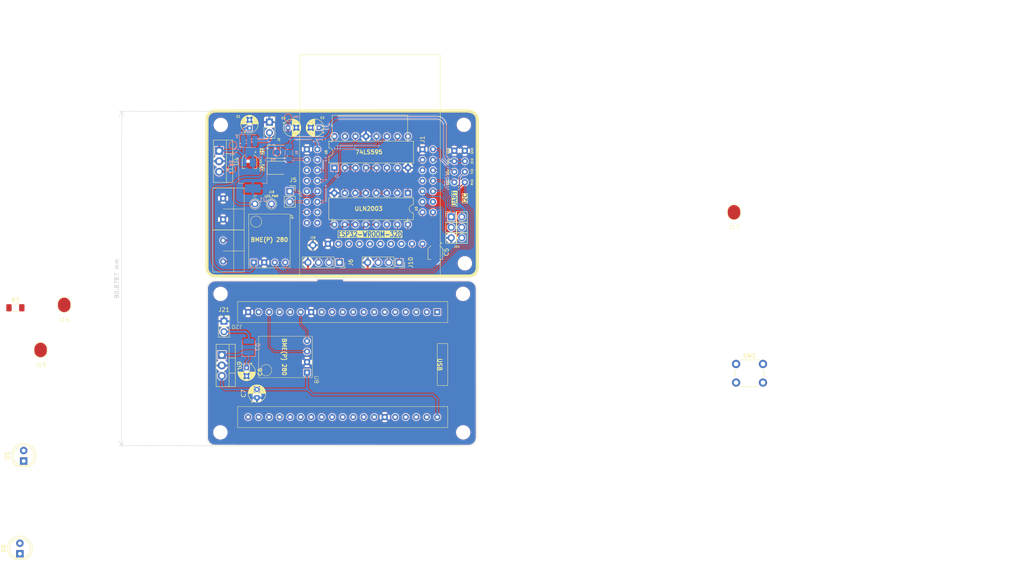
<source format=kicad_pcb>
(kicad_pcb (version 20240108) (generator "pcbnew") (generator_version "8.0")
  (layers (0 "F.Cu" signal) (31 "B.Cu" signal) (34 "B.Paste" user) (35 "F.Paste" user) (36 "B.SilkS" user "B.Silkscreen") (37 "F.SilkS" user "F.Silkscreen") (38 "B.Mask" user) (39 "F.Mask" user) (44 "Edge.Cuts" user))
  (net 0 "")
  (net 1 "GND")
  (net 2 "+3V3")
  (net 3 "+5V")
  (net 4 "/RXD")
  (net 5 "/TXD")
  (net 6 "/SDA")
  (net 7 "/OUT2")
  (net 8 "/SCL")
  (net 9 "/OUT1")
  (net 10 "/EN")
  (net 11 "/SOURCE2")
  (net 12 "/SOURCE1")
  (net 13 "/SOURCE3")
  (net 14 "/VDC")
  (net 15 "/DAC1")
  (net 16 "/DAC2")
  (net 17 "/GPIO13")
  (net 18 "/GPIO19")
  (net 19 "/GPIO17")
  (net 20 "/GPIO5")
  (net 21 "/GPIO18")
  (net 22 "/GPIO36")
  (net 23 "/ADC2_CH3")
  (net 24 "/SD_DATA1")
  (net 25 "/SD_DATA2")
  (net 26 "/SD_CLK")
  (net 27 "/SD_CMD")
  (net 28 "/SD_DATA3")
  (net 29 "/ADC2_CH0")
  (net 30 "/GPIO23")
  (net 31 "/SD_DATA0")
  (net 32 "/ADC2_CH2")
  (net 33 "/BOOT")
  (net 34 "/GPIO39")
  (net 35 "/SOURCE4")
  (net 36 "/SOURCE5")
  (net 37 "/SIPO_DATA")
  (net 38 "/SIPO_CLK")
  (net 40 "/SIPO_LATCH")
  (net 41 "/GPIO14")
  (net 43 "/I3")
  (net 44 "/I6")
  (net 45 "/I7")
  (net 46 "/I5")
  (net 47 "/OUT3")
  (net 48 "/VIN")
  (net 49 "/I1")
  (net 52 "Net-(D5-Pad1)")
  (net 53 "Net-(J15-Pin_1)")
  (net 54 "Net-(J19-Pin_1)")
  (net 55 "/GPIO_33")
  (net 88 "/SCL-2")
  (net 89 "/SDA-2")
  (net 90 "Net-(D7-K)")
  (footprint "Capacitor_THT:CP_Radial_D4.0mm_P2.00mm" (layer "F.Cu") (at 107 44.2 180)
    (property "Reference" "C2")
    (property "Value" "1uF")
  )
  (footprint "LED_SMD:LED_1210_3225Metric_Pad1.42x2.65mm_HandSolder" (layer "F.Cu") (at 96.9525 53.9)
    (property "Reference" "D2")
    (property "Value" "STATUS")
  )
  (footprint "Capacitor_SMD:CP_Elec_3x5.3" (layer "F.Cu") (at 90.2 52.3 -90)
    (property "Reference" "C4")
    (property "Value" "0.1uF")
  )
  (footprint "Resistor_SMD:R_1206_3216Metric_Pad1.30x1.75mm_HandSolder" (layer "F.Cu") (at 33.612 87.7585)
    (property "Reference" "R7")
    (property "Value" "4K7")
  )
  (footprint "LED_THT:LED_D5.0mm" (layer "F.Cu") (at 34.7 147.25 90)
    (property "Reference" "D6")
    (property "Value" "LED_STATUS")
  )
  (footprint "Button_Switch_THT:SW_PUSH_6mm" (layer "F.Cu") (at 207.8 101.35)
    (property "Reference" "SW1")
    (property "Value" "SW_Push")
  )
  (footprint "Alexander Footprint Library:Pad_1x01_P2.54_SMD" (layer "F.Cu") (at 39.712 102.098)
    (property "Reference" "J19")
    (property "Value" "LED_PWR")
  )
  (footprint "Alexander Footprints Library:ESP32-WROOM-Adapter-Socket-2" (layer "F.Cu") (at 119.3 57.04)
    (property "Reference" "J1")
    (property "Value" "~")
  )
  (footprint "Alexander Footprint Library:Pad_1x01_P2.54_SMD" (layer "F.Cu") (at 45.412 91.198)
    (property "Reference" "J15")
    (property "Value" "LED_PWR")
  )
  (footprint "MountingHole:MountingHole_3mm" (layer "F.Cu") (at 142 43.5)
    (property "Reference" "H1" (hide yes))
    (property "Value" "MountingHole_Pad")
  )
  (footprint "Connector_PinSocket_2.54mm:PinSocket_1x02_P2.54mm_Vertical" (layer "F.Cu") (at 84.025 91)
    (property "Reference" "J21")
    (property "Value" "PWR")
  )
  (footprint "MountingHole:MountingHole_3mm" (layer "F.Cu") (at 83.25 43.53)
    (property "Reference" "H2" (hide yes))
    (property "Value" "MountingHole_Pad")
  )
  (footprint "Package_DIP:DIP-16_W7.62mm" (layer "F.Cu") (at 128.475 60 -90)
    (property "Reference" "U3")
    (property "Value" "ULN2003")
  )
  (footprint "Alexander Footprint Library:Conn_ESP32_WROOM-DevKit-38pins" (layer "F.Cu") (at 87.32 88.8 -90)
    (property "Reference" "J20")
    (property "Value" "~")
  )
  (footprint "Alexander Footprints Library:Conn_Terminal_5mm" (layer "F.Cu") (at 83.82 53.69)
    (property "Reference" "J9" (hide yes))
    (property "Value" "Conn_01x02_Socket")
  )
  (footprint "Alexander Footprint Library:Pad_1x01_P2.54_SMD" (layer "F.Cu") (at 207.3 68.7895)
    (property "Reference" "J17")
    (property "Value" "GND")
  )
  (footprint "MountingHole:MountingHole_3mm" (layer "F.Cu") (at 141.85 117.9)
    (property "Reference" "H4" (hide yes))
    (property "Value" "MountingHole_Pad")
  )
  (footprint "Capacitor_THT:CP_Radial_D4.0mm_P2.00mm" (layer "F.Cu") (at 92 109.51 90)
    (property "Reference" "C7")
    (property "Value" "1uF")
  )
  (footprint "Package_DIP:DIP-16_W7.62mm" (layer "F.Cu") (at 110.725 53.9 90)
    (property "Reference" "U5")
    (property "Value" "74LS595")
  )
  (footprint "Alexander Footprint Library:PinSocket_1x01_P2.54" (layer "F.Cu") (at 91.5 65.19)
    (property "Reference" "J7")
    (property "Value" "LED_PWR")
  )
  (footprint "Connector_PinSocket_2.54mm:PinSocket_1x02_P2.54mm_Vertical" (layer "F.Cu") (at 95.025 42.85)
    (property "Reference" "J2")
    (property "Value" "PWR")
  )
  (footprint "Connector_PinSocket_2.54mm:PinSocket_1x04_P2.54mm_Vertical" (layer "F.Cu") (at 111.94 76.8 -90)
    (property "Reference" "J6")
    (property "Value" "SOURCE")
  )
  (footprint "MountingHole:MountingHole_3mm" (layer "F.Cu") (at 83.15 117.9)
    (property "Reference" "H4" (hide yes))
    (property "Value" "MountingHole_Pad")
  )
  (footprint "Connector_PinSocket_2.54mm:PinSocket_1x04_P2.54mm_Vertical" (layer "F.Cu") (at 126.38 76.8 -90)
    (property "Reference" "J10")
    (property "Value" "ADC")
  )
  (footprint "Capacitor_SMD:CP_Elec_3x5.3" (layer "F.Cu") (at 135.1 74.3 -90)
    (property "Reference" "C5")
    (property "Value" "0.1uF")
  )
  (footprint "MountingHole:MountingHole_3mm" (layer "F.Cu") (at 141.8 84.4)
    (property "Reference" "H4" (hide yes))
    (property "Value" "MountingHole_Pad")
  )
  (footprint "Capacitor_THT:CP_Radial_D4.0mm_P2.00mm" (layer "F.Cu") (at 99.5 44.2)
    (property "Reference" "C3")
    (property "Value" "1uF")
  )
  (footprint "Alexander Footprint Library:LD1117" (layer "F.Cu") (at 83.5 99.17 -90)
    (property "Reference" "U9")
    (property "Value" "L7805")
  )
  (footprint "Alexander Footprint Library:PinSocket_1x01_P2.54" (layer "F.Cu") (at 95.5 65.19)
    (property "Reference" "J18")
    (property "Value" "LED_PWR")
  )
  (footprint "Capacitor_THT:CP_Radial_D4.0mm_P2.00mm" (layer "F.Cu") (at 89.5 102.277401 -90)
    (property "Reference" "C6")
    (property "Value" "1uF")
  )
  (footprint "MountingHole:MountingHole_3mm" (layer "F.Cu") (at 83.2 84.4)
    (property "Reference" "H4" (hide yes))
    (property "Value" "MountingHole_Pad")
  )
  (footprint "Connector_PinSocket_2.54mm:PinSocket_1x02_P2.54mm_Vertical" (layer "F.Cu") (at 99.925 59.55)
    (property "Reference" "J5")
    (property "Value" "DAC")
  )
  (footprint "Alexander Footprint Library:CONN_2x3" (layer "F.Cu") (at 138.96 60.68)
    (property "Reference" "J14")
    (property "Value" "GPIO")
  )
  (footprint "Alexander Footprints Library:Conn_UART" (layer "F.Cu") (at 139.7 42.15)
    (property "Reference" "J3" (hide yes))
    (property "Value" "UART")
  )
  (footprint "Alexander Footprint Library:PinSocket_1x01_P2.54" (layer "F.Cu") (at 105.5 75.19)
    (property "Reference" "J16")
    (property "Value" "GND")
  )
  (footprint "Capacitor_THT:CP_Radial_D4.0mm_P2.00mm" (layer "F.Cu") (at 90.2 44.3 90)
    (property "Reference" "C1")
    (property "Value" "1uF")
  )
  (footprint "Alexander Footprint Library:BME280_BMP280_I2C" (layer "F.Cu") (at 90 78.1 90)
    (property "Reference" "U7")
    (property "Value" "BME(P)280")
  )
  (footprint "Alexander Footprint Library:LD1117" (layer "F.Cu") (at 82.855 49.77 -90)
    (property "Reference" "U4")
    (property "Value" "L7805")
  )
  (footprint "Alexander Footprints Library:Conn_I2C" (layer "F.Cu") (at 142.24 42.15)
    (property "Reference" "J4" (hide yes))
    (property "Value" "I2C")
  )
  (footprint "LED_THT:LED_D5.0mm" (layer "F.Cu") (at 35.612 124.8335 90)
    (property "Reference" "D5")
    (property "Value" "LED_PWR")
  )
  (footprint "Alexander Footprint Library:BME280_BMP280_I2C" (layer "F.Cu") (at 105.4 104.65 180)
    (property "Reference" "U8")
    (property "Value" "BME(P)280")
  )
  (footprint "LED_SMD:LED_1210_3225Metric_Pad1.42x2.65mm_HandSolder" (layer "F.Cu") (at 97 50)
    (property "Reference" "D1")
    (property "Value" "PWR")
  )
  (footprint "MountingHole:MountingHole_3mm" (layer "F.Cu") (at 142.25 77)
    (property "Reference" "H4" (hide yes))
    (property "Value" "MountingHole_Pad")
  )
  (footprint "Alexander Footprints Library:Conn_Terminal_5mm" (layer "F.Cu") (at 83.82 63.85)
    (property "Reference" "J8" (hide yes))
    (property "Value" "Conn_01x02_Socket")
  )
  (footprint "TestPoint:TestPoint_Pad_D1.5mm" (layer "B.Cu") (at 99.5 41.75 180)
    (property "Reference" "TP4")
    (property "Value" "5V")
  )
  (footprint "TestPoint:TestPoint_Pad_D1.5mm" (layer "B.Cu") (at 96.8 50.15 180)
    (property "Reference" "TP3")
    (property "Value" "3V3")
  )
  (footprint "Diode_SMD:D_1210_3225Metric" (layer "B.Cu") (at 90 97.25 90)
    (property "Reference" "D7")
    (property "Value" "D")
  )
  (footprint "Resistor_SMD:R_1206_3216Metric_Pad1.30x1.75mm_HandSolder" (layer "B.Cu") (at 99.7 50.25 -90)
    (property "Reference" "R1")
    (property "Value" "10K")
  )
  (footprint "Diode_SMD:D_1210_3225Metric" (layer "B.Cu") (at 90.1 47.4)
    (property "Reference" "D4")
    (property "Value" "D")
  )
  (footprint "TestPoint:TestPoint_Pad_D1.5mm" (layer "B.Cu") (at 86.2 48.45 180)
    (property "Reference" "TP1")
    (property "Value" "VIN")
  )
  (footprint "TestPoint:TestPoint_Pad_D1.5mm" (layer "B.Cu") (at 85.9 54.15 180)
    (property "Reference" "TP2")
    (property "Value" "GND")
  )
  (footprint "Package_TO_SOT_SMD:SOT-223-3_TabPin2" (layer "B.Cu") (at 91 55.75 -90)
    (property "Reference" "U1")
    (property "Value" "MAX1726EUK33")
  )
  (gr_line (start 145.25 42.11421) (end 145.25 78.085782) (stroke (width 0.75)) (layer "F.SilkS"))
  (gr_line (start 81.914218 40.164218) (end 143.08579 40.164218) (stroke (width 0.75)) (layer "F.SilkS"))
  (gr_arc (start 145.25 78.085782) (mid 144.66422 79.500007) (end 143.25 80.085782) (stroke (width 0.75)) (layer "F.SilkS"))
  (gr_line (start 79.914218 42.11421) (end 79.914218 78.085782) (stroke (width 0.75)) (layer "F.SilkS"))
  (gr_arc (start 81.914218 80.085782) (mid 80.499999 79.500001) (end 79.914218 78.085782) (stroke (width 0.75)) (layer "F.SilkS"))
  (gr_arc (start 143.25 40.25) (mid 144.664214 40.835786) (end 145.25 42.25) (stroke (width 0.75)) (layer "F.SilkS"))
  (gr_arc (start 79.914218 42.164218) (mid 80.499999 40.749999) (end 81.914218 40.164218) (stroke (width 0.75)) (layer "F.SilkS"))
  (gr_line (start 81.914214 80.085782) (end 143.085786 80.085782) (stroke (width 0.75)) (layer "F.SilkS"))
  (gr_line (start 82.014214 80.235786) (end 106.4 80.25) (stroke (width 0.1)) (layer "Edge.Cuts"))
  (gr_line (start 80 42.25) (end 80.014214 78.235786) (stroke (width 0.1)) (layer "Edge.Cuts"))
  (gr_arc (start 79.921321 83.157107) (mid 80.507106 81.742896) (end 81.921321 81.157107) (stroke (width 0.1)) (layer "Edge.Cuts"))
  (gr_line (start 81.921321 121.128679) (end 143.107107 121.142893) (stroke (width 0.1)) (layer "Edge.Cuts"))
  (gr_arc (start 81.921321 121.128679) (mid 80.507101 120.542899) (end 79.921321 119.128679) (stroke (width 0.1)) (layer "Edge.Cuts"))
  (gr_line (start 143.092893 81.157107) (end 113 81.15) (stroke (width 0.1)) (layer "Edge.Cuts"))
  (gr_arc (start 145.107107 119.142893) (mid 144.521321 120.557107) (end 143.107107 121.142893) (stroke (width 0.1)) (layer "Edge.Cuts"))
  (gr_line (start 106.4 81.15) (end 81.921321 81.157107) (stroke (width 0.1)) (layer "Edge.Cuts"))
  (gr_arc (start 143.185786 40.264214) (mid 144.600004 40.849996) (end 145.185786 42.264214) (stroke (width 0.1)) (layer "Edge.Cuts"))
  (gr_line (start 113 80.25) (end 143.185786 80.235786) (stroke (width 0.1)) (layer "Edge.Cuts"))
  (gr_arc (start 82.014214 80.235786) (mid 80.599996 79.650004) (end 80.014214 78.235786) (stroke (width 0.1)) (layer "Edge.Cuts"))
  (gr_line (start 145.185786 42.264214) (end 145.185786 78.235786) (stroke (width 0.1)) (layer "Edge.Cuts"))
  (gr_arc (start 80 42.25) (mid 80.585786 40.835786) (end 82 40.25) (stroke (width 0.1)) (layer "Edge.Cuts"))
  (gr_line (start 145.107107 119.142893) (end 145.092893 83.157107) (stroke (width 0.1)) (layer "Edge.Cuts"))
  (gr_line (start 79.921321 119.128679) (end 79.921321 83.157107) (stroke (width 0.1)) (layer "Edge.Cuts"))
  (gr_line (start 106.4 81.15) (end 106.4 80.25) (stroke (width 0.1)) (layer "Edge.Cuts"))
  (gr_arc (start 145.185786 78.235786) (mid 144.600004 79.650004) (end 143.185786 80.235786) (stroke (width 0.1)) (layer "Edge.Cuts"))
  (gr_arc (start 143.092893 81.157107) (mid 144.507112 81.742888) (end 145.092893 83.157107) (stroke (width 0.1)) (layer "Edge.Cuts"))
  (gr_line (start 113 81.15) (end 113 80.25) (stroke (width 0.1)) (layer "Edge.Cuts"))
  (gr_line (start 143.185786 40.264214) (end 82 40.25) (stroke (width 0.1)) (layer "Edge.Cuts"))
  (gr_text "74LS595" (at 119.057143 50.1 0) (layer "F.SilkS") (effects (font (size 1 1) (thickness 0.2) (bold yes))))
  (gr_text "ULN2003" (at 115.5 64.374 0) (layer "F.SilkS") (effects (font (size 1 1) (thickness 0.2) (bold yes)) (justify left bottom)))
  (dimension (type aligned) (layer "Edge.Cuts") (pts (xy 81.921321 121.128679) (xy 82 40.25)) (height -22.6907) (gr_text "80.8787 mm" (at 58.119973 80.666146 89.94426182) (layer "Edge.Cuts") (effects (font (size 1 1) (thickness 0.15)))) (format (prefix "") (suffix "") (units 3) (units_format 1) (precision 4)) (style (thickness 0.1) (arrow_length 1.27) (text_position_mode 0) (extension_height 0.58642) (extension_offset 0.5) keep_text_aligned))
  (segment (start 84.21 66) (end 83.82 66.39) (width 0.5) (layer "F.Cu") (net 1))
  (segment (start 101.5 48.103553) (end 101.5 49.573223) (width 0.25) (layer "F.Cu") (net 2))
  (segment (start 105.575735 47.25) (end 102.353553 47.25) (width 0.25) (layer "F.Cu") (net 2))
  (segment (start 106.6 48.274264) (end 106.6 49.42) (width 0.25) (layer "F.Cu") (net 2))
  (segment (start 138.021593 51.871593) (end 137.93 51.78) (width 0.5) (layer "F.Cu") (net 2))
  (segment (start 108.946446 44.2) (end 107 44.2) (width 0.5) (layer "F.Cu") (net 2))
  (segment (start 109.8 43.346446) (end 109.8 43.15) (width 0.5) (layer "F.Cu") (net 2))
  (segment (start 137.4 50.500466) (end 137.4 43.627817) (width 0.5) (layer "F.Cu") (net 2))
  (segment (start 101.073223 50) (end 98.4875 50) (width 0.25) (layer "F.Cu") (net 2))
  (segment (start 139.08 52.31) (end 139.7 52.31) (width 0.5) (layer "F.Cu") (net 2))
  (segment (start 110.188908 42.211091) (end 110.225 42.175) (width 0.5) (layer "F.Cu") (net 2))
  (segment (start 135.522182 41.75) (end 111.25104 41.75) (width 0.5) (layer "F.Cu") (net 2))
  (arc (start 106.3 47.55) (mid 105.967704 47.327967) (end 105.575735 47.25) (width 0.25) (layer "F.Cu") (net 2))
  (arc (start 101.5 49.573223) (mid 101.467513 49.736543) (end 101.375 49.875) (width 0.25) (layer "F.Cu") (net 2))
  (arc (start 111.25104 41.75) (mid 110.695751 41.860453) (end 110.225 42.175) (width 0.5) (layer "F.Cu") (net 2))
  (arc (start 110.188908 42.211091) (mid 109.901073 42.641866) (end 109.8 43.15) (width 0.5) (layer "F.Cu") (net 2))
  (arc (start 138.021593 51.871593) (mid 138.507194 52.196061) (end 139.08 52.31) (width 0.5) (layer "F.Cu") (net 2))
  (arc (start 102.353553 47.25) (mid 102.026912 47.314972) (end 101.75 47.5) (width 0.25) (layer "F.Cu") (net 2))
  (arc (start 109.8 43.346446) (mid 109.735027 43.673087) (end 109.55 43.95) (width 0.5) (layer "F.Cu") (net 2))
  (arc (start 106.3 47.55) (mid 106.522032 47.882295) (end 106.6 48.274264) (width 0.25) (layer "F.Cu") (net 2))
  (arc (start 109.55 43.95) (mid 109.273087 44.135027) (end 108.946446 44.2) (width 0.5) (layer "F.Cu") (net 2))
  (arc (start 136.85 42.3) (mid 137.257059 42.909207) (end 137.4 43.627817) (width 0.5) (layer "F.Cu") (net 2))
  (arc (start 101.75 47.5) (mid 101.564972 47.776912) (end 101.5 48.103553) (width 0.25) (layer "F.Cu") (net 2))
  (arc (start 101.375 49.875) (mid 101.236543 49.967513) (end 101.073223 50) (width 0.25) (layer "F.Cu") (net 2))
  (arc (start 137.4 50.500466) (mid 137.537742 51.192944) (end 137.93 51.78) (width 0.5) (layer "F.Cu") (net 2))
  (arc (start 136.85 42.3) (mid 136.240792 41.89294) (end 135.522182 41.75) (width 0.5) (layer "F.Cu") (net 2))
  (segment (start 96.075 48.7) (end 97.525 48.7) (width 0.5) (layer "B.Cu") (net 2))
  (segment (start 109.408578 44.2) (end 107 44.2) (width 0.5) (layer "B.Cu") (net 2))
  (segment (start 81.3 75.997918) (end 81.3 59.75104) (width 0.5) (layer "B.Cu") (net 2))
  (segment (start 93.3 54.905025) (end 93.3 52.6) (width 0.5) (layer "B.Cu") (net 2))
  (segment (start 100 48.7) (end 100 48.03033) (width 0.5) (layer "B.Cu") (net 2))
  (segment (start 139.13 52.31) (end 139.7 52.31) (width 0.5) (layer "B.Cu") (net 2))
  (segment (start 138.156949 51.906949) (end 138.03 51.78) (width 0.5) (layer "B.Cu") (net 2))
  (segment (start 106.6 48.627817) (end 106.6 49.299791) (width 0.5) (layer "B.Cu") (net 2))
  (segment (start 84.202081 78.9) (end 89.990883 78.9) (width 0.5) (layer "B.Cu") (net 2))
  (segment (start 109.75 43.858578) (end 109.75 44.141421) (width 0.5) (layer "B.Cu") (net 2))
  (segment (start 104.722182 46.75) (end 106.277817 46.75) (width 0.5) (layer "B.Cu") (net 2))
  (segment (start 139.7 52.31) (end 142.24 52.31) (width 0.5) (layer "B.Cu") (net 2))
  (segment (start 137.5 50.500466) (end 137.5 43.883883) (width 0.5) (layer "B.Cu") (net 2))
  (segment (start 88.207106 62.75) (end 91.5 62.75) (width 0.5) (layer "B.Cu") (net 2))
  (segment (start 86.5 61.042893) (end 86.5 57.5) (width 0.5) (layer "B.Cu") (net 2))
  (segment (start 91.22 77.670883) (end 91.22 76.8) (width 0.5) (layer "B.Cu") (net 2))
  (segment (start 89.455634 56.1) (end 92.105025 56.1) (width 0.5) (layer "B.Cu") (net 2))
  (segment (start 96.075 48.7) (end 95.177817 48.7) (width 0.5) (layer "B.Cu") (net 2))
  (segment (start 104.722182 46.75) (end 101.28033 46.75) (width 0.5) (layer "B.Cu") (net 2))
  (segment (start 109.149999 46.149999) (end 109.201992 46.098007) (width 0.5) (layer "B.Cu") (net 2))
  (segment (start 96.8 49.425) (end 96.8 50.15) (width 0.25) (layer "B.Cu") (net 2))
  (segment (start 109.75 43.625) (end 109.75 43.858578) (width 0.5) (layer "B.Cu") (net 2))
  (segment (start 106.277817 46.75) (end 107.701471 46.75) (width 0.5) (layer "B.Cu") (net 2))
  (segment (start 110.015165 42.984834) (end 110.5 42.5) (width 0.5) (layer "B.Cu") (net 2))
  (segment (start 93.3 52.6) (end 93.3 50.577817) (width 0.5) (layer "B.Cu") (net 2))
  (segment (start 82.75104 58.3) (end 84.144365 58.3) (width 0.5) (layer "B.Cu") (net 2))
  (segment (start 106.685 49.335) (end 106.77 49.25) (width 0.5) (layer "B.Cu") (net 2))
  (segment (start 109.75 44.775) (end 109.75 44.141421) (width 0.5) (layer "B.Cu") (net 2))
  (segment (start 112.31066 41.75) (end 135.366116 41.75) (width 0.5) (layer "B.Cu") (net 2))
  (segment (start 100 48.7) (end 97.525 48.7) (width 0.5) (layer "B.Cu") (net 2))
  (arc (start 136.875 42.375) (mid 137.337567 43.067281) (end 137.5 43.883883) (width 0.5) (layer "B.Cu") (net 2))
  (arc (start 137.5 50.500466) (mid 137.637742 51.192944) (end 138.03 51.78) (width 0.5) (layer "B.Cu") (net 2))
  (arc (start 93.3 54.905025) (mid 93.209037 55.362322) (end 92.95 55.75) (width 0.5) (layer "B.Cu") (net 2))
  (arc (start 86.8 57.2) (mid 85.581584 58.014119) (end 84.144365 58.3) (width 0.5) (layer "B.Cu") (net 2))
  (arc (start 106.6 49.299791) (mid 106.630737 49.345793) (end 106.685 49.335) (width 0.5) (layer "B.Cu") (net 2))
  (arc (start 89.455634 56.1) (mid 88.018415 56.38588) (end 86.8 57.2) (width 0.5) (layer "B.Cu") (net 2))
  (arc (start 86.5 61.042893) (mid 86.629945 61.696174) (end 87 62.25) (width 0.5) (layer "B.Cu") (net 2))
  (arc (start 82.75104 58.3) (mid 82.195751 58.410453) (end 81.725 58.725) (width 0.5) (layer "B.Cu") (net 2))
  (arc (start 92.95 55.75) (mid 92.562322 56.009037) (end 92.105025 56.1) (width 0.5) (layer "B.Cu") (net 2))
  (arc (start 95.177817 48.7) (mid 94.459207 48.84294) (end 93.85 49.25) (width 0.5) (layer "B.Cu") (net 2))
  (arc (start 96.8 49.425) (mid 96.587652 48.912347) (end 96.075 48.7) (width 0.25) (layer "B.Cu") (net 2))
  (arc (start 82.15 78.05) (mid 83.091502 78.679092) (end 84.202081 78.9) (width 0.5) (layer "B.Cu") (net 2))
  (arc (start 110.015165 42.984834) (mid 109.818914 43.278544) (end 109.75 43.625) (width 0.5) (layer "B.Cu") (net 2))
  (arc (start 109.75 44.141421) (mid 109.713838 44.087301) (end 109.65 44.1) (width 0.5) (layer "B.Cu") (net 2))
  (arc (start 136.875 42.375) (mid 136.182718 41.912432) (end 135.366116 41.75) (width 0.5) (layer "B.Cu") (net 2))
  (arc (start 93.85 49.25) (mid 93.44294 49.859207) (end 93.3 50.577817) (width 0.5) (layer "B.Cu") (net 2))
  (arc (start 90.86 78.54) (mid 90.461245 78.806439) (end 89.990883 78.9) (width 0.5) (layer "B.Cu") (net 2))
  (arc (start 109.65 44.1) (mid 109.539234 44.17401) (end 109.408578 44.2) (width 0.5) (layer "B.Cu") (net 2))
  (arc (start 87 62.25) (mid 87.553825 62.620054) (end 88.207106 62.75) (width 0.5) (layer "B.Cu") (net 2))
  (arc (start 81.725 58.725) (mid 81.410453 59.195751) (end 81.3 59.75104) (width 0.5) (layer "B.Cu") (net 2))
  (arc (start 106.05 47.3) (mid 105.440792 46.89294) (end 104.722182 46.75) (width 0.5) (layer "B.Cu") (net 2))
  (arc (start 138.156949 51.906949) (mid 138.603388 52.20525) (end 139.13 52.31) (width 0.5) (layer "B.Cu") (net 2))
  (arc (start 101.28033 46.75) (mid 100.790368 46.847459) (end 100.375 47.125) (width 0.5) (layer "B.Cu") (net 2))
  (arc (start 106.05 47.3) (mid 106.457059 47.909207) (end 106.6 48.627817) (width 0.5) (layer "B.Cu") (net 2))
  (arc (start 106.277817 46.75) (mid 105.980159 46.948888) (end 106.05 47.3) (width 0.5) (layer "B.Cu") (net 2))
  (arc (start 91.22 77.670883) (mid 91.126439 78.141245) (end 90.86 78.54) (width 0.5) (layer "B.Cu") (net 2))
  (arc (start 109.75 44.775) (mid 109.607577 45.491006) (end 109.201992 46.098007) (width 0.5) (layer "B.Cu") (net 2))
  (arc (start 109.65 44.1) (mid 109.72401 43.989234) (end 109.75 43.858578) (width 0.5) (layer "B.Cu") (net 2))
  (arc (start 112.31066 41.75) (mid 111.330737 41.944918) (end 110.5 42.5) (width 0.5) (layer "B.Cu") (net 2))
  (arc (start 100.375 47.125) (mid 100.097459 47.540368) (end 100 48.03033) (width 0.5) (layer "B.Cu") (net 2))
  (arc (start 109.149999 46.149999) (mid 108.485409 46.594064) (end 107.701471 46.75) (width 0.5) (layer "B.Cu") (net 2))
  (arc (start 81.3 75.997918) (mid 81.520907 77.108496) (end 82.15 78.05) (width 0.5) (layer "B.Cu") (net 2))
  (segment (start 99.5 45.693413) (end 99.5 44.2) (width 0.5) (layer "F.Cu") (net 3))
  (segment (start 110.512652 48.95) (end 109.487347 48.95) (width 0.5) (layer "F.Cu") (net 3))
  (segment (start 98.6375 46.9625) (end 99.2125 46.3875) (width 0.5) (layer "F.Cu") (net 3))
  (segment (start 110.725 47.712347) (end 110.725 46.28) (width 0.5) (layer "F.Cu") (net 3))
  (segment (start 125.341906 48.95) (end 110.512652 48.95) (width 0.5) (layer "F.Cu") (net 3))
  (segment (start 108.3 49.803553) (end 108.3 65.537329) (width 0.5) (layer "F.Cu") (net 3))
  (segment (start 84.648959 54.85) (end 82.855 54.85) (width 0.5) (layer "F.Cu") (net 3))
  (segment (start 108.3 49.803553) (end 108.3 49.096446) (width 0.5) (layer "F.Cu") (net 3))
  (segment (start 91.306675 47.25) (end 97.943413 47.25) (width 0.5) (layer "F.Cu") (net 3))
  (segment (start 86.1 52.15) (end 86.1 53.398959) (width 0.5) (layer "F.Cu") (net 3))
  (segment (start 107.608621 46.675) (end 99.331586 46.675) (width 0.5) (layer "F.Cu") (net 3))
  (segment (start 108.3 49.096446) (end 108.3 47.366378) (width 0.5) (layer "F.Cu") (net 3))
  (segment (start 109.104574 67.204574) (end 108.91 67.01) (width 0.5) (layer "F.Cu") (net 3))
  (segment (start 110.1075 67.62) (end 110.695 67.62) (width 0.5) (layer "F.Cu") (net 3))
  (segment (start 87.408147 48.991852) (end 87.625 48.775) (width 0.5) (layer "F.Cu") (net 3))
  (segment (start 125.965 48.326906) (end 125.965 46.28) (width 0.5) (layer "F.Cu") (net 3))
  (segment (start 109.487347 48.95) (end 109.153553 48.95) (width 0.5) (layer "F.Cu") (net 3))
  (arc (start 108.0975 46.8775) (mid 108.247371 47.101799) (end 108.3 47.366378) (width 0.5) (layer "F.Cu") (net 3))
  (arc (start 108.3 65.537329) (mid 108.458533 66.334332) (end 108.91 67.01) (width 0.5) (layer "F.Cu") (net 3))
  (arc (start 109.487347 48.95) (mid 109.960976 48.855789) (end 110.3625 48.5875) (width 0.5) (layer "F.Cu") (net 3))
  (arc (start 99.2125 46.3875) (mid 99.175992 46.571035) (end 99.331586 46.675) (width 0.5) (layer "F.Cu") (net 3))
  (arc (start 108.0975 46.8775) (mid 107.8732 46.727628) (end 107.608621 46.675) (width 0.5) (layer "F.Cu") (net 3))
  (arc (start 86.1 53.398959) (mid 85.989546 53.954248) (end 85.675 54.425) (width 0.5) (layer "F.Cu") (net 3))
  (arc (start 109.104574 67.204574) (mid 109.56472 67.512034) (end 110.1075 67.62) (width 0.5) (layer "F.Cu") (net 3))
  (arc (start 108.55 49.2) (mid 108.364972 49.476912) (end 108.3 49.803553) (width 0.5) (layer "F.Cu") (net 3))
  (arc (start 87.408147 48.991852) (mid 86.439976 50.440822) (end 86.1 52.15) (width 0.5) (layer "F.Cu") (net 3))
  (arc (start 85.675 54.425) (mid 85.204248 54.739546) (end 84.648959 54.85) (width 0.5) (layer "F.Cu") (net 3))
  (arc (start 110.3625 48.5875) (mid 110.316468 48.818914) (end 110.512652 48.95) (width 0.5) (layer "F.Cu") (net 3))
  (arc (start 98.6375 46.9625) (mid 98.31905 47.175281) (end 97.943413 47.25) (width 0.5) (layer "F.Cu") (net 3))
  (arc (start 110.725 47.712347) (mid 110.630789 48.185976) (end 110.3625 48.5875) (width 0.5) (layer "F.Cu") (net 3))
  (arc (start 108.3 49.096446) (mid 108.390403 49.231745) (end 108.55 49.2) (width 0.5) (layer "F.Cu") (net 3))
  (arc (start 91.306675 47.25) (mid 89.314166 47.646334) (end 87.625 48.775) (width 0.5) (layer "F.Cu") (net 3))
  (arc (start 109.153553 48.95) (mid 108.826912 49.014972) (end 108.55 49.2) (width 0.5) (layer "F.Cu") (net 3))
  (arc (start 99.331586 46.675) (mid 98.955949 46.749718) (end 98.6375 46.9625) (width 0.5) (layer "F.Cu") (net 3))
  (arc (start 125.7825 48.7675) (mid 125.580353 48.902569) (end 125.341906 48.95) (width 0.5) (layer "F.Cu") (net 3))
  (arc (start 99.5 45.693413) (mid 99.425281 46.06905) (end 99.2125 46.3875) (width 0.5) (layer "F.Cu") (net 3))
  (arc (start 125.965 48.326906) (mid 125.917569 48.565353) (end 125.7825 48.7675) (width 0.5) (layer "F.Cu") (net 3))
  (segment (start 98.5 107.51) (end 84.26 107.51) (width 0.5) (layer "B.Cu") (net 3))
  (segment (start 135.58 109.83) (end 135.58 114.2) (width 0.5) (layer "B.Cu") (net 3))
  (segment (start 98.5 107.51) (end 104.24 107.51) (width 0.5) (layer "B.Cu") (net 3))
  (segment (start 84.26 107.51) (end 83.5 106.75) (width 0.5) (layer "B.Cu") (net 3))
  (segment (start 104.1 103.43) (end 104.1 107.35) (width 0.5) (layer "B.Cu") (net 3))
  (segment (start 105.5 108.75) (end 134.5 108.75) (width 0.5) (layer "B.Cu") (net 3))
  (segment (start 104.24 107.51) (end 104.25 107.5) (width 0.5) (layer "B.Cu") (net 3))
  (segment (start 83.5 106.75) (end 83.5 104.25) (width 0.5) (layer "B.Cu") (net 3))
  (segment (start 134.5 108.75) (end 135.58 109.83) (width 0.5) (layer "B.Cu") (net 3))
  (segment (start 104.25 107.5) (end 105.5 108.75) (width 0.5) (layer "B.Cu") (net 3))
  (segment (start 104.1 107.35) (end 104.25 107.5) (width 0.5) (layer "B.Cu") (net 3))
  (segment (start 99.5 42.25) (end 99.5 44.2) (width 0.25) (layer "B.Cu") (net 3))
  (segment (start 139.7 57.35) (end 139.7 57.39) (width 0.25) (layer "F.Cu") (net 4))
  (segment (start 133.25 53.25) (end 135.6 53.25) (width 0.25) (layer "F.Cu") (net 4))
  (segment (start 135.6 53.25) (end 139.7 57.35) (width 0.25) (layer "F.Cu") (net 4))
  (segment (start 132 54.5) (end 133.25 53.25) (width 0.25) (layer "F.Cu") (net 4))
  (segment (start 140.3 57.45) (end 139.3 57.45) (width 0.25) (layer "F.Cu") (net 4))
  (segment (start 136.61 51.96) (end 134.54 51.96) (width 0.25) (layer "F.Cu") (net 5))
  (segment (start 134.74 51.79) (end 134.62 51.91) (width 0.25) (layer "F.Cu") (net 5))
  (segment (start 139.5 54.85) (end 136.61 51.96) (width 0.25) (layer "F.Cu") (net 5))
  (segment (start 139.7 54.85) (end 139.5 54.85) (width 0.25) (layer "F.Cu") (net 5))
  (segment (start 138.59 58.55) (end 140.4 58.55) (width 0.25) (layer "F.Cu") (net 6))
  (segment (start 136.213604 54.5) (end 138 56.286396) (width 0.25) (layer "F.Cu") (net 6))
  (segment (start 138 57.96) (end 138.59 58.55) (width 0.25) (layer "F.Cu") (net 6))
  (segment (start 140.9 56.19) (end 142.24 54.85) (width 0.25) (layer "F.Cu") (net 6))
  (segment (start 140.9 58.05) (end 140.9 56.19) (width 0.25) (layer "F.Cu") (net 6))
  (segment (start 134.54 54.5) (end 136.213604 54.5) (width 0.25) (layer "F.Cu") (net 6))
  (segment (start 138 56.286396) (end 138 57.96) (width 0.25) (layer "F.Cu") (net 6))
  (segment (start 142.24 54.85) (end 142.24 55.51) (width 0.25) (layer "F.Cu") (net 6))
  (segment (start 140.4 58.55) (end 140.9 58.05) (width 0.25) (layer "F.Cu") (net 6))
  (segment (start 99.75 78.65) (end 134.55 78.65) (width 0.25) (layer "B.Cu") (net 6))
  (segment (start 141 61.9) (end 141 56.09) (width 0.25) (layer "B.Cu") (net 6))
  (segment (start 134.55 78.65) (end 140.418198 72.781802) (width 0.25) (layer "B.Cu") (net 6))
  (segment (start 143.55 64.45) (end 141 61.9) (width 0.25) (layer "B.Cu") (net 6))
  (segment (start 98.84 76.8) (end 98.84 77.74) (width 0.25) (layer "B.Cu") (net 6))
  (segment (start 143.281802 72.781802) (end 143.55 72.513604) (width 0.25) (layer "B.Cu") (net 6))
  (segment (start 143.55 72.513604) (end 143.55 64.45) (width 0.25) (layer "B.Cu") (net 6))
  (segment (start 140.418198 72.781802) (end 143.281802 72.781802) (width 0.25) (layer "B.Cu") (net 6))
  (segment (start 141 56.09) (end 142.24 54.85) (width 0.25) (layer "B.Cu") (net 6))
  (segment (start 98.84 77.74) (end 99.75 78.65) (width 0.25) (layer "B.Cu") (net 6))
  (segment (start 137.55 58.146396) (end 138.403604 59) (width 0.25) (layer "F.Cu") (net 8))
  (segment (start 131.5 55.75) (end 136.75 55.75) (width 0.25) (layer "F.Cu") (net 8))
  (segment (start 140.63 59) (end 142.24 57.39) (width 0.25) (layer "F.Cu") (net 8))
  (segment (start 136.75 55.75) (end 137.55 56.55) (width 0.25) (layer "F.Cu") (net 8))
  (segment (start 137.55 56.55) (end 137.55 58.146396) (width 0.25) (layer "F.Cu") (net 8))
  (segment (start 130.745 54.995) (end 131.5 55.75) (width 0.25) (layer "F.Cu") (net 8))
  (segment (start 130.745 53.245) (end 130.745 54.995) (width 0.25) (layer "F.Cu") (net 8))
  (segment (start 132.08 51.91) (end 130.745 53.245) (width 0.25) (layer "F.Cu") (net 8))
  (segment (start 138.403604 59) (end 140.63 59) (width 0.25) (layer "F.Cu") (net 8))
  (segment (start 134.8 79.1) (end 140.6 73.3) (width 0.25) (layer "B.Cu") (net 8))
  (segment (start 96.3 76.8) (end 96.3 77.7) (width 0.25) (layer "B.Cu") (net 8))
  (segment (start 144 72.7) (end 144 64.263604) (width 0.25) (layer "B.Cu") (net 8))
  (segment (start 96.3 77.7) (end 97.7 79.1) (width 0.25) (layer "B.Cu") (net 8))
  (segment (start 142.24 62.503604) (end 142.24 57.39) (width 0.25) (layer "B.Cu") (net 8))
  (segment (start 144 64.263604) (end 142.24 62.503604) (width 0.25) (layer "B.Cu") (net 8))
  (segment (start 143.4 73.3) (end 144 72.7) (width 0.25) (layer "B.Cu") (net 8))
  (segment (start 140.6 73.3) (end 143.4 73.3) (width 0.25) (layer "B.Cu") (net 8))
  (segment (start 97.7 79.1) (end 134.8 79.1) (width 0.25) (layer "B.Cu") (net 8))
  (segment (start 93.21 51.96) (end 92.05 50.8) (width 0.25) (layer "F.Cu") (net 10))
  (segment (start 104.06 51.96) (end 93.21 51.96) (width 0.25) (layer "F.Cu") (net 10))
  (segment (start 92.05 50.8) (end 90.2 50.8) (width 0.25) (layer "F.Cu") (net 10))
  (segment (start 103.72 52.3) (end 104.06 51.96) (width 0.25) (layer "F.Cu") (net 10))
  (segment (start 100 51.8) (end 103.9 51.8) (width 0.25) (layer "B.Cu") (net 10))
  (segment (start 103.9 51.8) (end 104.06 51.96) (width 0.25) (layer "B.Cu") (net 10))
  (segment (start 113.235 67.62) (end 115.775 67.62) (width 0.5) (layer "F.Cu") (net 11))
  (segment (start 99 73.1) (end 102.7 69.4) (width 0.5) (layer "F.Cu") (net 11))
  (segment (start 86.37 71.47) (end 88 73.1) (width 0.5) (layer "F.Cu") (net 11))
  (segment (start 102.7 69.4) (end 111.455 69.4) (width 0.5) (layer "F.Cu") (net 11))
  (segment (start 88 73.1) (end 99 73.1) (width 0.5) (layer "F.Cu") (net 11))
  (segment (start 83.82 71.47) (end 86.37 71.47) (width 0.5) (layer "F.Cu") (net 11))
  (segment (start 111.455 69.4) (end 113.235 67.62) (width 0.5) (layer "F.Cu") (net 11))
  (segment (start 86.275 76.55) (end 88.075 74.75) (width 0.5) (layer "F.Cu") (net 12))
  (segment (start 104.4 70.1) (end 115.835 70.1) (width 0.5) (layer "F.Cu") (net 12))
  (segment (start 99.75 74.75) (end 104.4 70.1) (width 0.5) (layer "F.Cu") (net 12))
  (segment (start 118.315 67.62) (end 120.855 67.62) (width 0.5) (layer "F.Cu") (net 12))
  (segment (start 83.82 76.55) (end 86.275 76.55) (width 0.5) (layer "F.Cu") (net 12))
  (segment (start 115.835 70.1) (end 118.315 67.62) (width 0.5) (layer "F.Cu") (net 12))
  (segment (start 88.075 74.75) (end 99.75 74.75) (width 0.5) (layer "F.Cu") (net 12))
  (segment (start 128.475 67.62) (end 128.475 68.825) (width 0.25) (layer "F.Cu") (net 13))
  (segment (start 125.7 72.8) (end 124.55 73.95) (width 0.25) (layer "F.Cu") (net 13))
  (segment (start 111.94 75.26) (end 111.94 76.8) (width 0.25) (layer "F.Cu") (net 13))
  (segment (start 124.55 73.95) (end 118.622792 73.95) (width 0.25) (layer "F.Cu") (net 13))
  (segment (start 128.475 68.825) (end 125.7 71.6) (width 0.25) (layer "F.Cu") (net 13))
  (segment (start 125.7 71.6) (end 125.7 72.8) (width 0.25) (layer "F.Cu") (net 13))
  (segment (start 117.872792 74.7) (end 112.5 74.7) (width 0.25) (layer "F.Cu") (net 13))
  (segment (start 112.5 74.7) (end 111.94 75.26) (width 0.25) (layer "F.Cu") (net 13))
  (segment (start 118.622792 73.95) (end 117.872792 74.7) (width 0.25) (layer "F.Cu") (net 13))
  (segment (start 90 94.25) (end 90 95.85) (width 0.5) (layer "B.Cu") (net 14))
  (segment (start 95.025 46.674479) (end 95.025 45.39) (width 0.5) (layer "B.Cu") (net 14))
  (segment (start 84.025 93.54) (end 89.29 93.54) (width 0.5) (layer "B.Cu") (net 14))
  (segment (start 89.29 93.54) (end 90 94.25) (width 0.5) (layer "B.Cu") (net 14))
  (segment (start 94.299479 47.4) (end 91.5 47.4) (width 0.5) (layer "B.Cu") (net 14))
  (arc (start 95.025 46.674479) (mid 94.969773 46.952124) (end 94.8125 47.1875) (width 0.5) (layer "B.Cu") (net 14))
  (arc (start 94.8125 47.1875) (mid 94.577124 47.344773) (end 94.299479 47.4) (width 0.5) (layer "B.Cu") (net 14))
  (segment (start 105.38 60.8) (end 103.1 60.8) (width 0.25) (layer "B.Cu") (net 15))
  (segment (start 106.6 59.58) (end 105.38 60.8) (width 0.25) (layer "B.Cu") (net 15))
  (segment (start 103.1 60.8) (end 101.85 59.55) (width 0.25) (layer "B.Cu") (net 15))
  (segment (start 101.85 59.55) (end 99.925 59.55) (width 0.25) (layer "B.Cu") (net 15))
  (segment (start 104.06 62.12) (end 99.955 62.12) (width 0.25) (layer "B.Cu") (net 16))
  (segment (start 104.03 62.09) (end 104.06 62.12) (width 0.25) (layer "B.Cu") (net 16))
  (segment (start 99.955 62.12) (end 99.925 62.09) (width 0.25) (layer "B.Cu") (net 16))
  (segment (start 138.5 63.1) (end 138.5 61.727208) (width 0.25) (layer "B.Cu") (net 18))
  (segment (start 137.5 60.727208) (end 137.5 57.8) (width 0.25) (layer "B.Cu") (net 18))
  (segment (start 138.5 61.727208) (end 137.5 60.727208) (width 0.25) (layer "B.Cu") (net 18))
  (segment (start 140.2 67) (end 140.2 64.8) (width 0.25) (layer "B.Cu") (net 18))
  (segment (start 141.5 68.3) (end 140.2 67) (width 0.25) (layer "B.Cu") (net 18))
  (segment (start 136.69 56.99) (end 134.62 56.99) (width 0.25) (layer "B.Cu") (net 18))
  (segment (start 140.2 64.8) (end 138.5 63.1) (width 0.25) (layer "B.Cu") (net 18))
  (segment (start 137.5 57.8) (end 136.69 56.99) (width 0.25) (layer "B.Cu") (net 18))
  (segment (start 141.5 70.84) (end 140.16 69.5) (width 0.25) (layer "B.Cu") (net 19))
  (segment (start 137.7 69.5) (end 137.1 68.9) (width 0.25) (layer "B.Cu") (net 19))
  (segment (start 140.16 69.5) (end 137.7 69.5) (width 0.25) (layer "B.Cu") (net 19))
  (segment (start 137.1 68.9) (end 137.1 63.84) (width 0.25) (layer "B.Cu") (net 19))
  (segment (start 133.41 63.4) (end 132.08 62.07) (width 0.25) (layer "B.Cu") (net 19))
  (segment (start 137.1 63.84) (end 136.66 63.4) (width 0.25) (layer "B.Cu") (net 19))
  (segment (start 136.66 63.4) (end 133.41 63.4) (width 0.25) (layer "B.Cu") (net 19))
  (segment (start 138.05 61.913604) (end 137.05 60.913604) (width 0.25) (layer "B.Cu") (net 20))
  (segment (start 137.05 60.913604) (end 137.05 59.95) (width 0.25) (layer "B.Cu") (net 20))
  (segment (start 136.63 59.53) (end 134.62 59.53) (width 0.25) (layer "B.Cu") (net 20))
  (segment (start 138.96 65.76) (end 138.96 64.196396) (width 0.25) (layer "B.Cu") (net 20))
  (segment (start 138.96 64.196396) (end 138.05 63.286396) (width 0.25) (layer "B.Cu") (net 20))
  (segment (start 138.05 63.286396) (end 138.05 61.913604) (width 0.25) (layer "B.Cu") (net 20))
  (segment (start 137.05 59.95) (end 136.63 59.53) (width 0.25) (layer "B.Cu") (net 20))
  (segment (start 138.96 68.3) (end 137.6 66.94) (width 0.25) (layer "B.Cu") (net 21))
  (segment (start 136.3 60.8) (end 133.35 60.8) (width 0.25) (layer "B.Cu") (net 21))
  (segment (start 137.6 66.94) (end 137.6 62.1) (width 0.25) (layer "B.Cu") (net 21))
  (segment (start 137.6 62.1) (end 136.3 60.8) (width 0.25) (layer "B.Cu") (net 21))
  (segment (start 133.35 60.8) (end 132.08 59.53) (width 0.25) (layer "B.Cu") (net 21))
  (segment (start 128.85 74.05) (end 129.46 73.44) (width 0.25) (layer "F.Cu") (net 23))
  (segment (start 125.722792 74.05) (end 128.85 74.05) (width 0.25) (layer "F.Cu") (net 23))
  (segment (start 129.46 73.44) (end 129.46 72.28) (width 0.25) (layer "F.Cu") (net 23))
  (segment (start 123.84 76.8) (end 123.84 75.56) (width 0.25) (layer "F.Cu") (net 23))
  (segment (start 123.84 75.56) (end 124.55 74.85) (width 0.25) (layer "F.Cu") (net 23))
  (segment (start 124.922792 74.85) (end 125.722792 74.05) (width 0.25) (layer "F.Cu") (net 23))
  (segment (start 124.55 74.85) (end 124.922792 74.85) (width 0.25) (layer "F.Cu") (net 23))
  (segment (start 121.3 75.2) (end 122.1 74.4) (width 0.25) (layer "F.Cu") (net 29))
  (segment (start 124.736396 74.4) (end 125.536396 73.6) (width 0.25) (layer "F.Cu") (net 29))
  (segment (start 125.536396 73.6) (end 127.5 73.6) (width 0.25) (layer "F.Cu") (net 29))
  (segment (start 132 67.2) (end 132 64.66) (width 0.25) (layer "F.Cu") (net 29))
  (segment (start 127.5 73.6) (end 128.2 72.9) (width 0.25) (layer "F.Cu") (net 29))
  (segment (start 128.2 71) (end 132 67.2) (width 0.25) (layer "F.Cu") (net 29))
  (segment (start 122.1 74.4) (end 124.736396 74.4) (width 0.25) (layer "F.Cu") (net 29))
  (segment (start 128.2 72.9) (end 128.2 71) (width 0.25) (layer "F.Cu") (net 29))
  (segment (start 121.3 76.8) (end 121.3 75.2) (width 0.25) (layer "F.Cu") (net 29))
  (segment (start 138.95 61.540812) (end 137.95 60.540812) (width 0.25) (layer "B.Cu") (net 30))
  (segment (start 136.4 51.7) (end 136.4 49.9) (width 0.25) (layer "B.Cu") (net 30))
  (segment (start 135.92 49.42) (end 134.54 49.42) (width 0.25) (layer "B.Cu") (net 30))
  (segment (start 138.95 62.913604) (end 138.95 61.540812) (width 0.25) (layer "B.Cu") (net 30))
  (segment (start 135.1 49.85) (end 134.62 49.37) (width 0.25) (layer "B.Cu") (net 30))
  (segment (start 137.95 60.540812) (end 137.95 53.25) (width 0.25) (layer "B.Cu") (net 30))
  (segment (start 141.1 63.9) (end 139.936396 63.9) (width 0.25) (layer "B.Cu") (net 30))
  (segment (start 141.5 64.3) (end 141.1 63.9) (width 0.25) (layer "B.Cu") (net 30))
  (segment (start 141.5 65.76) (end 141.5 64.3) (width 0.25) (layer "B.Cu") (net 30))
  (segment (start 137.95 53.25) (end 136.4 51.7) (width 0.25) (layer "B.Cu") (net 30))
  (segment (start 139.936396 63.9) (end 138.95 62.913604) (width 0.25) (layer "B.Cu") (net 30))
  (segment (start 136.4 49.9) (end 135.92 49.42) (width 0.25) (layer "B.Cu") (net 30))
  (segment (start 126.38 75.12) (end 127 74.5) (width 0.25) (layer "F.Cu") (net 32))
  (segment (start 132 73.9) (end 132 72.28) (width 0.25) (layer "F.Cu") (net 32))
  (segment (start 127 74.5) (end 131.4 74.5) (width 0.25) (layer "F.Cu") (net 32))
  (segment (start 131.4 74.5) (end 132 73.9) (width 0.25) (layer "F.Cu") (net 32))
  (segment (start 126.38 76.8) (end 126.38 75.12) (width 0.25) (layer "F.Cu") (net 32))
  (segment (start 134.77 64.89) (end 134.54 64.66) (width 0.25) (layer "F.Cu") (net 33))
  (segment (start 134.54 65.84) (end 135.1 66.4) (width 0.25) (layer "F.Cu") (net 33))
  (segment (start 135.1 66.4) (end 135.1 72.8) (width 0.25) (layer "F.Cu") (net 33))
  (segment (start 134.5 64.7) (end 134.54 64.66) (width 0.25) (layer "F.Cu") (net 33))
  (segment (start 134.54 64.66) (end 134.54 65.84) (width 0.25) (layer "F.Cu") (net 33))
  (segment (start 125.935 67.62) (end 125.935 68.865) (width 0.25) (layer "F.Cu") (net 35))
  (segment (start 117.686396 74.25) (end 110.25 74.25) (width 0.25) (layer "F.Cu") (net 35))
  (segment (start 118.436396 73.5) (end 117.686396 74.25) (width 0.25) (layer "F.Cu") (net 35))
  (segment (start 109.4 75.1) (end 109.4 76.8) (width 0.25) (layer "F.Cu") (net 35))
  (segment (start 125.935 68.865) (end 123.2 71.6) (width 0.25) (layer "F.Cu") (net 35))
  (segment (start 123.2 72.7) (end 122.4 73.5) (width 0.25) (layer "F.Cu") (net 35))
  (segment (start 123.2 71.6) (end 123.2 72.7) (width 0.25) (layer "F.Cu") (net 35))
  (segment (start 122.4 73.5) (end 118.436396 73.5) (width 0.25) (layer "F.Cu") (net 35))
  (segment (start 110.25 74.25) (end 109.4 75.1) (width 0.25) (layer "F.Cu") (net 35))
  (segment (start 123.395 69.405) (end 121.9 70.9) (width 0.25) (layer "F.Cu") (net 36))
  (segment (start 118.1 73.2) (end 117.5 73.8) (width 0.25) (layer "F.Cu") (net 36))
  (segment (start 106.86 74.84) (end 106.86 76.8) (width 0.25) (layer "F.Cu") (net 36))
  (segment (start 121.9 70.9) (end 118.7 70.9) (width 0.25) (layer "F.Cu") (net 36))
  (segment (start 118.1 71.5) (end 118.1 73.2) (width 0.25) (layer "F.Cu") (net 36))
  (segment (start 123.395 67.62) (end 123.395 69.405) (width 0.25) (layer "F.Cu") (net 36))
  (segment (start 107.9 73.8) (end 106.86 74.84) (width 0.25) (layer "F.Cu") (net 36))
  (segment (start 118.7 70.9) (end 118.1 71.5) (width 0.25) (layer "F.Cu") (net 36))
  (segment (start 117.5 73.8) (end 107.9 73.8) (width 0.25) (layer "F.Cu") (net 36))
  (segment (start 108.2 52.25) (end 112.25 48.2) (width 0.25) (layer "B.Cu") (net 37))
  (segment (start 108.2 54.25) (end 108.2 52.25) (width 0.25) (layer "B.Cu") (net 37))
  (segment (start 115.1 48.2) (end 115.805 47.495) (width 0.25) (layer "B.Cu") (net 37))
  (segment (start 106.6 54.5) (end 107.95 54.5) (width 0.25) (layer "B.Cu") (net 37))
  (segment (start 112.25 48.2) (end 115.1 48.2) (width 0.25) (layer "B.Cu") (net 37))
  (segment (start 115.805 47.495) (end 115.805 46.28) (width 0.25) (layer "B.Cu") (net 37))
  (segment (start 107.95 54.5) (end 108.2 54.25) (width 0.25) (layer "B.Cu") (net 37))
  (segment (start 108.23 62.12) (end 108.5 61.85) (width 0.25) (layer "B.Cu") (net 38))
  (segment (start 108.5 61.85) (end 108.5 58.75) (width 0.25) (layer "B.Cu") (net 38))
  (segment (start 112 55.25) (end 112 49.75) (width 0.25) (layer "B.Cu") (net 38))
  (segment (start 121.005 48.7) (end 123.425 46.28) (width 0.25) (layer "B.Cu") (net 38))
  (segment (start 108.5 58.75) (end 112 55.25) (width 0.25) (layer "B.Cu") (net 38))
  (segment (start 115.886396 48.7) (end 121.005 48.7) (width 0.25) (layer "B.Cu") (net 38))
  (segment (start 115.386396 49.2) (end 115.886396 48.7) (width 0.25) (layer "B.Cu") (net 38))
  (segment (start 106.6 62.12) (end 108.23 62.12) (width 0.25) (layer "B.Cu") (net 38))
  (segment (start 112 49.75) (end 112.55 49.2) (width 0.25) (layer "B.Cu") (net 38))
  (segment (start 112.55 49.2) (end 115.386396 49.2) (width 0.25) (layer "B.Cu") (net 38))
  (segment (start 115.7 48.25) (end 120.5 48.25) (width 0.25) (layer "B.Cu") (net 40))
  (segment (start 120.5 48.25) (end 120.885 47.865) (width 0.25) (layer "B.Cu") (net 40))
  (segment (start 108.7 52.413604) (end 112.363604 48.75) (width 0.25) (layer "B.Cu") (net 40))
  (segment (start 120.885 47.865) (end 120.885 46.28) (width 0.25) (layer "B.Cu") (net 40))
  (segment (start 112.363604 48.75) (end 115.2 48.75) (width 0.25) (layer "B.Cu") (net 40))
  (segment (start 108.7 56.45) (end 108.7 52.413604) (width 0.25) (layer "B.Cu") (net 40))
  (segment (start 115.2 48.75) (end 115.7 48.25) (width 0.25) (layer "B.Cu") (net 40))
  (segment (start 108.11 57.04) (end 108.7 56.45) (width 0.25) (layer "B.Cu") (net 40))
  (segment (start 106.6 57.04) (end 108.11 57.04) (width 0.25) (layer "B.Cu") (net 40))
  (segment (start 104.06 64.66) (end 103.2 64.66) (width 0.25) (layer "F.Cu") (net 41))
  (segment (start 102.4 54.35) (end 102.4 63.95) (width 0.25) (layer "F.Cu") (net 41))
  (segment (start 103.11 64.66) (end 102.4 63.95) (width 0.25) (layer "F.Cu") (net 41))
  (segment (start 98.44 53.9) (end 101.95 53.9) (width 0.25) (layer "F.Cu") (net 41))
  (segment (start 95.5 62.75) (end 95.5 64.15) (width 0.25) (layer "F.Cu") (net 41))
  (segment (start 101.95 53.9) (end 102.4 54.35) (width 0.25) (layer "F.Cu") (net 41))
  (segment (start 103.2 64.66) (end 103.11 64.66) (width 0.25) (layer "F.Cu") (net 41))
  (segment (start 96.01 64.66) (end 103.2 64.66) (width 0.25) (layer "F.Cu") (net 41))
  (segment (start 95.5 64.15) (end 96.01 64.66) (width 0.25) (layer "F.Cu") (net 41))
  (segment (start 123.425 55.725) (end 125.935 58.235) (width 0.25) (layer "F.Cu") (net 43))
  (segment (start 123.425 53.9) (end 123.425 55.725) (width 0.25) (layer "F.Cu") (net 43))
  (segment (start 125.935 58.235) (end 125.935 60) (width 0.25) (layer "F.Cu") (net 43))
  (segment (start 128.475 58.275) (end 128.475 60) (width 0.25) (layer "F.Cu") (net 44))
  (segment (start 125.965 53.9) (end 125.965 55.765) (width 0.25) (layer "F.Cu") (net 44))
  (segment (start 125.965 55.765) (end 128.475 58.275) (width 0.25) (layer "F.Cu") (net 44))
  (segment (start 113.265 55.665) (end 115.775 58.175) (width 0.25) (layer "F.Cu") (net 45))
  (segment (start 115.775 58.175) (end 115.775 60) (width 0.25) (layer "F.Cu") (net 45))
  (segment (start 115.805 55.405) (end 118.315 57.915) (width 0.25) (layer "F.Cu") (net 45))
  (segment (start 118.315 57.915) (end 118.315 60) (width 0.25) (layer "F.Cu") (net 45))
  (segment (start 113.265 53.9) (end 113.265 55.665) (width 0.25) (layer "F.Cu") (net 45))
  (segment (start 115.805 53.9) (end 115.805 55.405) (width 0.25) (layer "F.Cu") (net 45))
  (segment (start 115.775 60) (end 118.315 60) (width 0.25) (layer "B.Cu") (net 45))
  (segment (start 113.265 53.9) (end 115.805 53.9) (width 0.25) (layer "B.Cu") (net 45))
  (segment (start 123.395 58.095) (end 123.395 60) (width 0.25) (layer "F.Cu") (net 46))
  (segment (start 120.885 53.9) (end 120.885 55.585) (width 0.25) (layer "F.Cu") (net 46))
  (segment (start 118.345 53.9) (end 118.345 55.845) (width 0.25) (layer "F.Cu") (net 46))
  (segment (start 120.885 55.585) (end 123.395 58.095) (width 0.25) (layer "F.Cu") (net 46))
  (segment (start 120.855 58.355) (end 120.855 60) (width 0.25) (layer "F.Cu") (net 46))
  (segment (start 118.345 55.845) (end 120.855 58.355) (width 0.25) (layer "F.Cu") (net 46))
  (segment (start 120.855 60) (end 123.395 60) (width 0.25) (layer "B.Cu") (net 46))
  (segment (start 118.345 53.9) (end 120.885 53.9) (width 0.25) (layer "B.Cu") (net 46))
  (segment (start 84.809637 47.25) (end 85 47.25) (width 0.5) (layer "F.Cu") (net 48))
  (segment (start 89.575 44.3) (end 90.2 44.3) (width 0.5) (layer "F.Cu") (net 48))
  (segment (start 82.855 49.0825) (end 82.855 49.77) (width 0.5) (layer "F.Cu") (net 48))
  (segment (start 88.508058 44.741941) (end 86.707106 46.542893) (width 0.5) (layer "F.Cu") (net 48))
  (segment (start 83.341135 47.908864) (end 83.4275 47.8225) (width 0.5) (layer "F.Cu") (net 48))
  (arc (start 84.809637 47.25) (mid 84.061629 47.398787) (end 83.4275 47.8225) (width 0.5) (layer "F.Cu") (net 48))
  (arc (start 86.707106 46.542893) (mid 85.923879 47.066228) (end 85 47.25) (width 0.5) (layer "F.Cu") (net 48))
  (arc (start 89.575 44.3) (mid 88.997575 44.414856) (end 88.508058 44.741941) (width 0.5) (layer "F.Cu") (net 48))
  (arc (start 83.341135 47.908864) (mid 82.981342 48.447332) (end 82.855 49.0825) (width 0.5) (layer "F.Cu") (net 48))
  (segment (start 88.7 50.546446) (end 88.7 51.253553) (width 0.5) (layer "B.Cu") (net 48))
  (segment (start 88.7 45.153553) (end 88.7 47.4) (width 0.5) (layer "B.Cu") (net 48))
  (segment (start 86.2 49.11) (end 86.2 48.45) (width 0.25) (layer "B.Cu") (net 48))
  (segment (start 88.45 50.65) (end 88.2 50.4) (width 0.5) (layer "B.Cu") (net 48))
  (segment (start 88.7 50.546446) (end 88.7 47.4) (width 0.5) (layer "B.Cu") (net 48))
  (segment (start 88.45 50.65) (end 88.054368 50.254368) (width 0.5) (layer "B.Cu") (net 48))
  (segment (start 89.553553 44.3) (end 90.2 44.3) (width 0.5) (layer "B.Cu") (net 48))
  (segment (start 88.7 51.253553) (end 88.7 52.6) (width 0.5) (layer "B.Cu") (net 48))
  (segment (start 86.86 49.77) (end 85.54 49.77) (width 0.5) (layer "B.Cu") (net 48))
  (segment (start 86.885 49.77) (end 86.86 49.77) (width 0.5) (layer "B.Cu") (net 48))
  (segment (start 85.54 49.77) (end 82.855 49.77) (width 0.5) (layer "B.Cu") (net 48))
  (arc (start 89.553553 44.3) (mid 89.226912 44.364972) (end 88.95 44.55) (width 0.5) (layer "B.Cu") (net 48))
  (arc (start 86.2 49.11) (mid 86.393309 49.57669) (end 86.86 49.77) (width 0.25) (layer "B.Cu") (net 48))
  (arc (start 88.7 51.253553) (mid 88.635027 50.926912) (end 88.45 50.65) (width 0.5) (layer "B.Cu") (net 48))
  (arc (start 88.45 50.65) (mid 88.45 50.65) (end 88.45 50.65) (width 0.5) (layer "B.Cu") (net 48))
  (arc (start 88.45 50.65) (mid 88.609596 50.681745) (end 88.7 50.546446) (width 0.5) (layer "B.Cu") (net 48))
  (arc (start 88.054368 50.254368) (mid 87.517857 49.895883) (end 86.885 49.77) (width 0.5) (layer "B.Cu") (net 48))
  (arc (start 88.95 44.55) (mid 88.764972 44.826912) (end 88.7 45.153553) (width 0.5) (layer "B.Cu") (net 48))
  (segment (start 110.725 53.9) (end 110.725 55.325) (width 0.25) (layer "F.Cu") (net 49))
  (segment (start 110.725 55.325) (end 113.235 57.835) (width 0.25) (layer "F.Cu") (net 49))
  (segment (start 113.235 57.835) (end 113.235 60) (width 0.25) (layer "F.Cu") (net 49))
  (segment (start 103.97 59.53) (end 104.14 59.53) (width 0.25) (layer "F.Cu") (net 55))
  (segment (start 96.1 98.35) (end 94.94 97.19) (width 0.25) (layer "B.Cu") (net 88))
  (segment (start 104.1 98.35) (end 96.1 98.35) (width 0.25) (layer "B.Cu") (net 88))
  (segment (start 94.94 97.19) (end 94.94 88.8) (width 0.25) (layer "B.Cu") (net 88))
  (segment (start 104.1 93.35) (end 102.56 91.81) (width 0.25) (layer "B.Cu") (net 89))
  (segment (start 102.56 91.81) (end 102.56 88.8) (width 0.25) (layer "B.Cu") (net 89))
  (segment (start 104.1 95.81) (end 104.1 93.35) (width 0.25) (layer "B.Cu") (net 89))
  (segment (start 90 98.65) (end 90 100.25) (width 0.5) (layer "B.Cu") (net 90))
  (segment (start 89.5 100.75) (end 89.5 102.277401) (width 0.5) (layer "B.Cu") (net 90))
  (segment (start 87.58 99.17) (end 83.5 99.17) (width 0.5) (layer "B.Cu") (net 90))
  (segment (start 88.1 98.65) (end 87.58 99.17) (width 0.5) (layer "B.Cu") (net 90))
  (segment (start 90 98.65) (end 88.1 98.65) (width 0.5) (layer "B.Cu") (net 90))
  (segment (start 90 100.25) (end 89.5 100.75) (width 0.5) (layer "B.Cu") (net 90))
  (zone (net 1) (net_name "GND") (layer "F.Cu") (priority 1) (connect_pads (clearance 0)) (min_thickness 0.25) (fill yes (thermal_gap 0.5) (thermal_bridge_width 0.5))
    (polygon (pts (xy 80 40.25) (xy 80.3 80.35) (xy 145.55 80.35) (xy 145.25 40.25)))
  )
  (zone (net 1) (net_name "GND") (layer "F.Cu") (priority 2) (connect_pads (clearance 0)) (min_thickness 0.25) (fill yes (thermal_gap 0.5) (thermal_bridge_width 0.5))
    (polygon (pts (xy 79.8 121.45) (xy 145.7 121.45) (xy 145.2 80.95) (xy 79.5 80.95)))
  )
  (zone (net 1) (net_name "GND") (layer "B.Cu") (connect_pads (clearance 0)) (min_thickness 0.25) (fill yes (thermal_gap 0.5) (thermal_bridge_width 0.5))
    (polygon (pts (xy 80 40.25) (xy 145.2 40.25) (xy 145.4 80.45) (xy 80.2 80.45)))
  )
  (zone (net 1) (net_name "GND") (layer "B.Cu") (priority 3) (connect_pads (clearance 0)) (min_thickness 0.25) (fill yes (thermal_gap 0.5) (thermal_bridge_width 0.5))
    (polygon (pts (xy 145.6 121.45) (xy 145.2 80.95) (xy 79.5 80.95) (xy 79.7 121.45)))
  )
)
</source>
